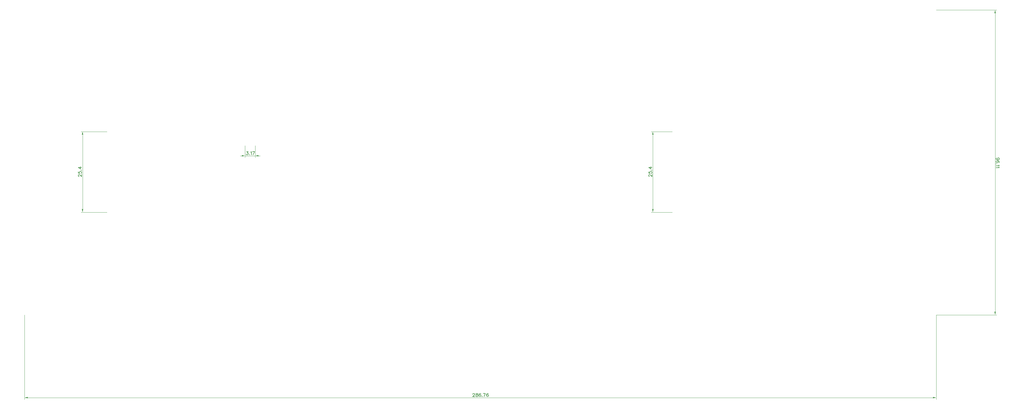
<source format=gbr>
G04 DipTrace 3.3.1.3*
G04 TopDimension.gbr*
%MOIN*%
G04 #@! TF.FileFunction,Drawing,Top*
G04 #@! TF.Part,Single*
%ADD13C,0.001378*%
%ADD68C,0.006176*%
%FSLAX26Y26*%
G04*
G70*
G90*
G75*
G01*
G04 TopDimension*
%LPD*%
X1413058Y2667979D2*
D13*
X1093373D1*
X1413058Y1667979D2*
X1093373D1*
X1113058Y2167979D2*
Y2628609D1*
G36*
Y2667979D2*
X1120932Y2628609D1*
X1105184D1*
X1113058Y2667979D1*
G37*
Y2167979D2*
D13*
Y1707349D1*
G36*
Y1667979D2*
X1105184Y1707349D1*
X1120932D1*
X1113058Y1667979D1*
G37*
X8413058Y2667979D2*
D13*
X8155873D1*
X8413058Y1667979D2*
X8155873D1*
X8175558Y2167979D2*
Y2628609D1*
G36*
Y2667979D2*
X8183432Y2628609D1*
X8167684D1*
X8175558Y2667979D1*
G37*
Y2167979D2*
D13*
Y1707349D1*
G36*
Y1667979D2*
X8167684Y1707349D1*
X8183432D1*
X8175558Y1667979D1*
G37*
X3125558Y2492979D2*
D13*
Y2348294D1*
X3250558Y2492979D2*
Y2348294D1*
X3125558Y2367979D2*
X3250558D1*
X3066503D2*
X3086188D1*
G36*
X3125558D2*
X3086188Y2360105D1*
Y2375853D1*
X3125558Y2367979D1*
G37*
X3309613D2*
D13*
X3289928D1*
G36*
X3250558D2*
X3289928Y2375853D1*
Y2360105D1*
X3250558Y2367979D1*
G37*
X393701Y393701D2*
D13*
Y-651706D1*
X11683399Y393701D2*
Y-651706D1*
X6038550Y-632021D2*
X433071D1*
G36*
X393701D2*
X433071Y-624147D1*
Y-639895D1*
X393701Y-632021D1*
G37*
X6038550D2*
D13*
X11644029D1*
G36*
X11683399D2*
X11644029Y-639895D1*
Y-624147D1*
X11683399Y-632021D1*
G37*
Y4177690D2*
D13*
X12432743D1*
X11683399Y393701D2*
X12432743D1*
X12413058Y2285696D2*
Y4138320D1*
G36*
Y4177690D2*
X12420932Y4138320D1*
X12405184D1*
X12413058Y4177690D1*
G37*
Y2285696D2*
D13*
Y433071D1*
G36*
Y393701D2*
X12405184Y433071D1*
X12420932D1*
X12413058Y393701D1*
G37*
X1070250Y2111419D2*
D68*
X1068348D1*
X1064502Y2113320D1*
X1062600Y2115222D1*
X1060699Y2119069D1*
Y2126718D1*
X1062600Y2130520D1*
X1064502Y2132422D1*
X1068348Y2134367D1*
X1072151D1*
X1075998Y2132422D1*
X1081702Y2128619D1*
X1100847Y2109474D1*
Y2136268D1*
X1060699Y2171568D2*
Y2152467D1*
X1077899Y2150565D1*
X1075998Y2152467D1*
X1074052Y2158215D1*
Y2163918D1*
X1075998Y2169666D1*
X1079800Y2173513D1*
X1085548Y2175414D1*
X1089351D1*
X1095099Y2173513D1*
X1098946Y2169666D1*
X1100847Y2163918D1*
Y2158215D1*
X1098946Y2152467D1*
X1097000Y2150565D1*
X1093198Y2148620D1*
X1097000Y2189667D2*
X1098946Y2187766D1*
X1100847Y2189667D1*
X1098946Y2191613D1*
X1097000Y2189667D1*
X1100847Y2223109D2*
X1060699D1*
X1087450Y2203964D1*
Y2232660D1*
X8132750Y2111419D2*
X8130848D1*
X8127002Y2113320D1*
X8125100Y2115222D1*
X8123199Y2119069D1*
Y2126718D1*
X8125100Y2130520D1*
X8127002Y2132422D1*
X8130848Y2134367D1*
X8134651D1*
X8138498Y2132422D1*
X8144202Y2128619D1*
X8163347Y2109474D1*
Y2136268D1*
X8123199Y2171568D2*
Y2152467D1*
X8140399Y2150565D1*
X8138498Y2152467D1*
X8136552Y2158215D1*
Y2163918D1*
X8138498Y2169666D1*
X8142300Y2173513D1*
X8148048Y2175414D1*
X8151851D1*
X8157599Y2173513D1*
X8161446Y2169666D1*
X8163347Y2163918D1*
Y2158215D1*
X8161446Y2152467D1*
X8159500Y2150565D1*
X8155698Y2148620D1*
X8159500Y2189667D2*
X8161446Y2187766D1*
X8163347Y2189667D1*
X8161446Y2191613D1*
X8159500Y2189667D1*
X8163347Y2223109D2*
X8123199D1*
X8149950Y2203964D1*
Y2232660D1*
X3142950Y2420338D2*
X3163952D1*
X3152500Y2405039D1*
X3158248D1*
X3162051Y2403138D1*
X3163952Y2401236D1*
X3165898Y2395488D1*
Y2391686D1*
X3163952Y2385938D1*
X3160150Y2382091D1*
X3154402Y2380190D1*
X3148654D1*
X3142950Y2382091D1*
X3141049Y2384037D1*
X3139103Y2387839D1*
X3180150Y2384037D2*
X3178249Y2382091D1*
X3180150Y2380190D1*
X3182096Y2382091D1*
X3180150Y2384037D1*
X3194447Y2412688D2*
X3198294Y2414634D1*
X3204042Y2420338D1*
Y2380190D1*
X3224043D2*
X3243188Y2420338D1*
X3216393D1*
X5945762Y-589213D2*
Y-587312D1*
X5947664Y-583465D1*
X5949565Y-581564D1*
X5953412Y-579662D1*
X5961061D1*
X5964863Y-581564D1*
X5966765Y-583465D1*
X5968710Y-587312D1*
Y-591114D1*
X5966765Y-594961D1*
X5962962Y-600665D1*
X5943817Y-619810D1*
X5970611D1*
X5992513Y-579662D2*
X5986810Y-581564D1*
X5984864Y-585366D1*
Y-589213D1*
X5986810Y-593016D1*
X5990612Y-594961D1*
X5998261Y-596862D1*
X6004009Y-598764D1*
X6007812Y-602610D1*
X6009713Y-606413D1*
Y-612161D1*
X6007812Y-615963D1*
X6005911Y-617909D1*
X6000163Y-619810D1*
X5992513D1*
X5986810Y-617909D1*
X5984864Y-615963D1*
X5982963Y-612161D1*
Y-606413D1*
X5984864Y-602610D1*
X5988711Y-598764D1*
X5994415Y-596862D1*
X6002064Y-594961D1*
X6005911Y-593016D1*
X6007812Y-589213D1*
Y-585366D1*
X6005911Y-581564D1*
X6000163Y-579662D1*
X5992513D1*
X6045013Y-585366D2*
X6043111Y-581564D1*
X6037363Y-579662D1*
X6033561D1*
X6027813Y-581564D1*
X6023966Y-587312D1*
X6022065Y-596862D1*
Y-606413D1*
X6023966Y-614062D1*
X6027813Y-617909D1*
X6033561Y-619810D1*
X6035462D1*
X6041166Y-617909D1*
X6045013Y-614062D1*
X6046914Y-608314D1*
Y-606413D1*
X6045013Y-600665D1*
X6041166Y-596862D1*
X6035462Y-594961D1*
X6033561D1*
X6027813Y-596862D1*
X6023966Y-600665D1*
X6022065Y-606413D1*
X6061167Y-615963D2*
X6059265Y-617909D1*
X6061167Y-619810D1*
X6063112Y-617909D1*
X6061167Y-615963D1*
X6083113Y-619810D2*
X6102258Y-579662D1*
X6075463D1*
X6137557Y-585366D2*
X6135656Y-581564D1*
X6129908Y-579662D1*
X6126106D1*
X6120358Y-581564D1*
X6116511Y-587312D1*
X6114609Y-596862D1*
Y-606413D1*
X6116511Y-614062D1*
X6120358Y-617909D1*
X6126106Y-619810D1*
X6128007D1*
X6133711Y-617909D1*
X6137557Y-614062D1*
X6139459Y-608314D1*
Y-606413D1*
X6137557Y-600665D1*
X6133711Y-596862D1*
X6128007Y-594961D1*
X6126106D1*
X6120358Y-596862D1*
X6116511Y-600665D1*
X6114609Y-606413D1*
X12452063Y2318807D2*
X12446315Y2320752D1*
X12442468Y2324555D1*
X12440567Y2330303D1*
Y2332204D1*
X12442468Y2337952D1*
X12446315Y2341754D1*
X12452063Y2343700D1*
X12453964D1*
X12459712Y2341754D1*
X12463515Y2337952D1*
X12465416Y2332204D1*
Y2330303D1*
X12463515Y2324555D1*
X12459712Y2320752D1*
X12452063Y2318807D1*
X12442468D1*
X12432918Y2320752D1*
X12427170Y2324555D1*
X12425269Y2330303D1*
Y2334105D1*
X12427170Y2339853D1*
X12431017Y2341754D1*
X12459712Y2283507D2*
X12463515Y2285409D1*
X12465416Y2291157D1*
Y2294959D1*
X12463515Y2300707D1*
X12457767Y2304554D1*
X12448216Y2306455D1*
X12438666D1*
X12431017Y2304554D1*
X12427170Y2300707D1*
X12425269Y2294959D1*
Y2293058D1*
X12427170Y2287354D1*
X12431017Y2283507D1*
X12436765Y2281606D1*
X12438666D1*
X12444414Y2283507D1*
X12448216Y2287354D1*
X12450118Y2293058D1*
Y2294959D1*
X12448216Y2300707D1*
X12444414Y2304554D1*
X12438666Y2306455D1*
X12429115Y2267353D2*
X12427170Y2269255D1*
X12425269Y2267353D1*
X12427170Y2265408D1*
X12429115Y2267353D1*
X12457767Y2253056D2*
X12459712Y2249210D1*
X12465416Y2243462D1*
X12425269D1*
X12457767Y2231110D2*
X12459712Y2227263D1*
X12465416Y2221515D1*
X12425269D1*
M02*

</source>
